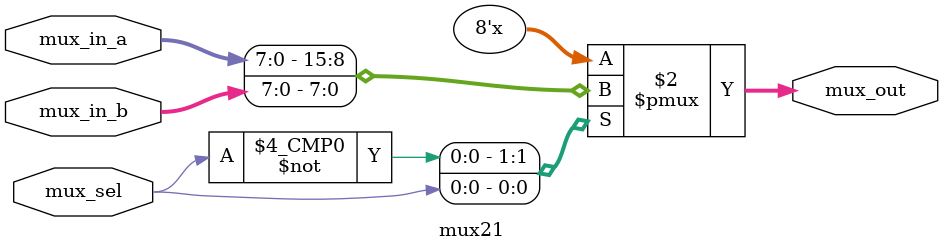
<source format=v>
`timescale 1ns / 1ps
module mux21(mux_in_a, mux_in_b, mux_out, mux_sel);

	input [7:0]mux_in_a;
	input [7:0]mux_in_b;
	input mux_sel;
	output [7:0]mux_out;

	reg [7:0]mux_out;

	always @(mux_sel or mux_in_a or mux_in_b)
	begin
		case(mux_sel)
			1'b0: mux_out = mux_in_a;
			1'b1: mux_out = mux_in_b;
			default: mux_out = 4'bzzzz;
		endcase
	end

endmodule

</source>
